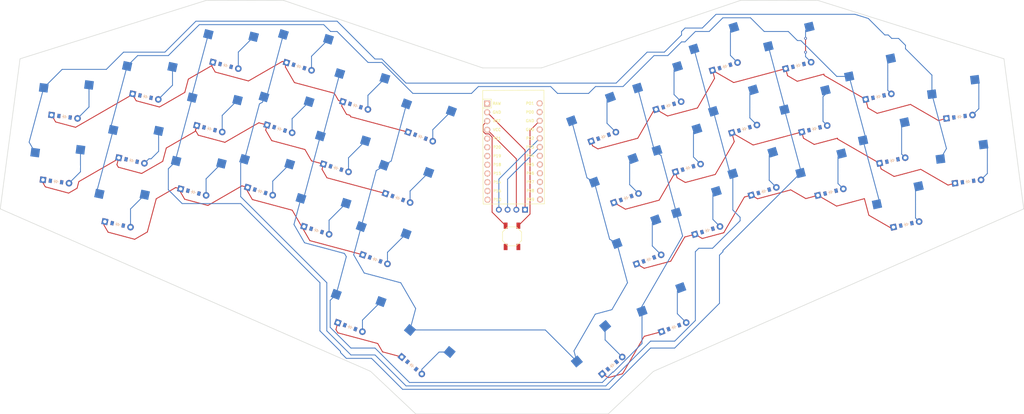
<source format=kicad_pcb>
(kicad_pcb (version 20240108) (generator "pcbnew") (generator_version "8.0")
  (layers (0 "F.Cu" signal) (31 "B.Cu" signal) (34 "B.Paste" user) (35 "F.Paste" user) (36 "B.SilkS" user "B.Silkscreen") (37 "F.SilkS" user "F.Silkscreen") (38 "B.Mask" user) (39 "F.Mask" user) (44 "Edge.Cuts" user))
  (net 0 "")
  (net 1 "outer_home")
  (net 2 "outer_top")
  (net 3 "pinky_bottom")
  (net 4 "pinky_home")
  (net 5 "pinky_top")
  (net 6 "ring_bottom")
  (net 7 "ring_home")
  (net 8 "ring_top")
  (net 9 "middle_bottom")
  (net 10 "middle_home")
  (net 11 "middle_top")
  (net 12 "index_bottom")
  (net 13 "index_home")
  (net 14 "index_top")
  (net 15 "inner_bottom")
  (net 16 "inner_home")
  (net 17 "inner_top")
  (net 18 "near_thumb")
  (net 19 "home_thumb")
  (net 20 "mirror_outer_home")
  (net 21 "mirror_outer_top")
  (net 22 "mirror_pinky_bottom")
  (net 23 "mirror_pinky_home")
  (net 24 "mirror_pinky_top")
  (net 25 "mirror_ring_bottom")
  (net 26 "mirror_ring_home")
  (net 27 "mirror_ring_top")
  (net 28 "mirror_middle_bottom")
  (net 29 "mirror_middle_home")
  (net 30 "mirror_middle_top")
  (net 31 "mirror_index_bottom")
  (net 32 "mirror_index_home")
  (net 33 "mirror_index_top")
  (net 34 "mirror_inner_bottom")
  (net 35 "mirror_inner_home")
  (net 36 "mirror_inner_top")
  (net 37 "mirror_near_thumb")
  (net 38 "mirror_home_thumb")
  (net 39 "RAW")
  (net 40 "GND")
  (net 41 "RST")
  (net 42 "VCC")
  (net 43 "P21")
  (net 44 "P20")
  (net 45 "P19")
  (net 46 "P18")
  (net 47 "P15")
  (net 48 "P14")
  (net 49 "P16")
  (net 50 "P10")
  (net 51 "P1")
  (net 52 "P0")
  (net 53 "P2")
  (net 54 "P3")
  (net 55 "P4")
  (net 56 "P5")
  (net 57 "P6")
  (net 58 "P7")
  (net 59 "P8")
  (net 60 "P9")
  (net 61 "p18")
  (footprint "ComboDiode" (layer "F.Cu") (at 185.381379 211.596358 -7.5)
    (property "Reference" "D1" (hide yes))
    (property "Value" "" (hide yes))
  )
  (footprint "ComboDiode" (layer "F.Cu") (at 284.616829 216.395286 -20.25)
    (property "Reference" "D16" (hide yes))
    (property "Value" "" (hide yes))
  )
  (footprint "MX" (layer "F.Cu") (at 367.392656 202.885236 17.25)
    (property "Reference" "S32" (hide yes))
    (property "Value" "" (hide yes))
  )
  (footprint "MX" (layer "F.Cu") (at 251.783597 191.520828 -17.25)
    (property "Reference" "S10" (hide yes))
    (property "Value" "" (hide yes))
  )
  (footprint "MX" (layer "F.Cu") (at 431.179685 219.169903 12.25)
    (property "Reference" "S22" (hide yes))
    (property "Value" "" (hide yes))
  )
  (footprint "MX" (layer "F.Cu") (at 231.180066 191.42006 -14.25)
    (property "Reference" "S7" (hide yes))
    (property "Value" "" (hide yes))
  )
  (footprint "MX" (layer "F.Cu") (at 427.148311 200.602513 12.25)
    (property "Reference" "S23" (hide yes))
    (property "Value" "" (hide yes))
  )
  (footprint "MX" (layer "F.Cu") (at 383.758785 191.520827 17.25)
    (property "Reference" "S29" (hide yes))
    (property "Value" "" (hide yes))
  )
  (footprint "ComboDiode" (layer "F.Cu") (at 272.301311 189.514957 -17.25)
    (property "Reference" "D14" (hide yes))
    (property "Value" "" (hide yes))
  )
  (footprint "MX" (layer "F.Cu") (at 399.685404 173.004674 14.25)
    (property "Reference" "S27" (hide yes))
    (property "Value" "" (hide yes))
  )
  (footprint "MX" (layer "F.Cu") (at 361.758365 184.739857 17.25)
    (property "Reference" "S33" (hide yes))
    (property "Value" "" (hide yes))
  )
  (footprint "ComboDiode" (layer "F.Cu") (at 447.681005 192.758905 7.5)
    (property "Reference" "D21" (hide yes))
    (property "Value" "" (hide yes))
  )
  (footprint "MX" (layer "F.Cu") (at 273.784018 184.739857 -17.25)
    (property "Reference" "S14" (hide yes))
    (property "Value" "" (hide yes))
  )
  (footprint "MX" (layer "F.Cu") (at 355.77119 229.529965 20.25)
    (property "Reference" "S34" (hide yes))
    (property "Value" "" (hide yes))
  )
  (footprint "ComboDiode" (layer "F.Cu") (at 405.593084 196.266215 14.25)
    (property "Reference" "D26" (hide yes))
    (property "Value" "" (hide yes))
  )
  (footprint "ComboDiode" (layer "F.Cu") (at 278.040606 234.220922 -20.25)
    (property "Reference" "D15" (hide yes))
    (property "Value" "" (hide yes))
  )
  (footprint "ComboDiode" (layer "F.Cu") (at 363.241072 189.514957 17.25)
    (property "Reference" "D33" (hide yes))
    (property "Value" "" (hide yes))
  )
  (footprint "ComboDiode" (layer "F.Cu") (at 424.177822 186.921277 12.25)
    (property "Reference" "D24" (hide yes))
    (property "Value" "" (hide yes))
  )
  (footprint "MX" (layer "F.Cu") (at 404.362315 191.42006 14.25)
    (property "Reference" "S26" (hide yes))
    (property "Value" "" (hide yes))
  )
  (footprint "MX" (layer "F.Cu") (at 272.502736 249.231983 -20.25)
    (property "Reference" "S18" (hide yes))
    (property "Value" "" (hide yes))
  )
  (footprint "MX" (layer "F.Cu") (at 447.028375 187.801681 7.5)
    (property "Reference" "S21" (hide yes))
    (property "Value" "" (hide yes))
  )
  (footprint "ComboDiode" (layer "F.Cu") (at 244.666599 214.441305 -17.25)
    (property "Reference" "D9" (hide yes))
    (property "Value" "" (hide yes))
  )
  (footprint "MX" (layer "F.Cu") (at 409.039229 209.835448 14.25)
    (property "Reference" "S25" (hide yes))
    (property "Value" "" (hide yes))
  )
  (footprint "MX" (layer "F.Cu") (at 262.51544 221.030615 -17.25)
    (property "Reference" "S12" (hide yes))
    (property "Value" "" (hide yes))
  )
  (footprint "ComboDiode" (layer "F.Cu") (at 288.680235 265.070196 -40.25)
    (property "Reference" "D19" (hide yes))
    (property "Value" "" (hide yes))
  )
  (footprint "MX" (layer "F.Cu") (at 373.026945 221.030616 17.25)
    (property "Reference" "S31" (hide yes))
    (property "Value" "" (hide yes))
  )
  (footprint "ComboDiode" (layer "F.Cu") (at 291.193054 198.569649 -20.25)
    (property "Reference" "D17" (hide yes))
    (property "Value" "" (hide yes))
  )
  (footprint "MX" (layer "F.Cu") (at 188.514007 187.801682 -7.5)
    (property "Reference" "S2" (hide yes))
    (property "Value" "" (hide yes))
  )
  (footprint "MX" (layer "F.Cu") (at 257.417888 173.375448 -17.25)
    (property "Reference" "S11" (hide yes))
    (property "Value" "" (hide yes))
  )
  (footprint "MX" (layer "F.Cu") (at 343.631527 261.254036 40.25)
    (property "Reference" "S38" (hide yes))
    (property "Value" "" (hide yes))
  )
  (footprint "ComboDiode" (layer "F.Cu") (at 410.269998 214.681602 14.25)
    (property "Reference" "D25" (hide yes))
    (property "Value" "" (hide yes))
  )
  (footprint "ComboDiode" (layer "F.Cu") (at 357.501776 234.220921 20.25)
    (property "Reference" "D34" (hide yes))
    (property "Value" "" (hide yes))
  )
  (footprint "MX" (layer "F.Cu") (at 363.039649 249.231984 20.25)
    (property "Reference" "S37" (hide yes))
    (property "Value" "" (hide yes))
  )
  (footprint "MX" (layer "F.Cu") (at 246.149307 209.666206 -17.25)
    (property "Reference" "S9" (hide yes))
    (property "Value" "" (hide yes))
  )
  (footprint "ComboDiode" (layer "F.Cu") (at 344.349329 198.569651 20.25)
    (property "Reference" "D36" (hide yes))
    (property "Value" "" (hide yes))
  )
  (footprint "ComboDiode" (layer "F.Cu") (at 385.241492 196.295926 17.25)
    (property "Reference" "D29" (hide yes))
    (property "Value" "" (hide yes))
  )
  (footprint "ComboDiode" (layer "F.Cu") (at 261.032728 225.805715 -17.25)
    (property "Reference" "D12" (hide yes))
    (property "Value" "" (hide yes))
  )
  (footprint "MX" (layer "F.Cu") (at 208.394072 200.602513 -12.25)
    (property "Reference" "S4" (hide yes))
    (property "Value" "" (hide yes))
  )
  (footprint "ComboDiode" (layer "F.Cu") (at 187.861376 192.758906 -7.5)
    (property "Reference" "D2" (hide yes))
    (property "Value" "" (hide yes))
  )
  (footprint "ComboDiode" (layer "F.Cu") (at 350.925552 216.395286 20.25)
    (property "Reference" "D35" (hide yes))
    (property "Value" "" (hide yes))
  )
  (footprint "ComboDiode" (layer "F.Cu") (at 229.9493 196.266216 -14.25)
    (property "Reference" "D7" (hide yes))
    (property "Value" "" (hide yes))
  )
  (footprint "ProMicro" (layer "F.Cu") (at 318.225768 202.877738 -89.75)
    (property "Reference" "MCU1" (hide yes))
    (property "Value" "" (hide yes))
  )
  (footprint "MX" (layer "F.Cu") (at 378.124496 173.375448 17.25)
    (property "Reference" "S30" (hide yes))
    (property "Value" "" (hide yes))
  )
  (footprint "MX" (layer "F.Cu") (at 389.393074 209.666206 17.25)
    (property "Reference" "S28" (hide yes))
    (property "Value" "" (hide yes))
  )
  (footprint "ComboDiode" (layer "F.Cu") (at 225.272386 214.681602 -14.25)
    (property "Reference" "D6" (hide yes))
    (property "Value" "" (hide yes))
  )
  (footprint "MX" (layer "F.Cu") (at 235.856978 173.004673 -14.25)
    (property "Reference" "S8" (hide yes))
    (property "Value" "" (hide yes))
  )
  (footprint "MX" (layer "F.Cu") (at 186.034012 206.639134 -7.5)
    (property "Reference" "S1" (hide yes))
    (property "Value" "" (hide yes))
  )
  (footprint "ComboDiode" (layer "F.Cu") (at 203.301809 224.056059 -12.25)
    (property "Reference" "D3" (hide yes))
    (property "Value" "" (hide yes))
  )
  (footprint "MX" (layer "F.Cu") (at 286.347415 211.70433 -20.25)
    (property "Reference" "S16" (hide yes))
    (property "Value" "" (hide yes))
  )
  (footprint "ComboDiode" (layer "F.Cu") (at 364.770235 253.92294 20.25)
    (property "Reference" "D37" (hide yes))
    (property "Value" "" (hide yes))
  )
  (footprint "ComboDiode" (layer "F.Cu") (at 234.626212 177.850829 -14.25)
    (property "Reference" "D8" (hide yes))
    (property "Value" "" (hide yes))
  )
  (footprint "MX" (layer "F.Cu") (at 342.618742 193.878694 20.25)
    (property "Reference" "S36" (hide yes))
    (property "Value" "" (hide yes))
  )
  (footprint "ComboDiode" (layer "F.Cu") (at 432.240573 224.056059 12.25)
    (property "Reference" "D22" (hide yes))
    (property "Value" "" (hide yes))
  )
  (footprint "ComboDiode" (layer "F.Cu") (at 250.300891 196.295925 -17.25)
    (property "Reference" "D10" (hide yes))
    (property "Value" "" (hide yes))
  )
  (footprint "MX" (layer "F.Cu") (at 349.194966 211.70433 20.25)
    (property "Reference" "S35" (hide yes))
    (property "Value" "" (hide yes))
  )
  (footprint "ComboDiode" (layer "F.Cu") (at 266.667018 207.660336 -17.25)
    (property "Reference" "D13" (hide yes))
    (property "Value" "" (hide yes))
  )
  (footprint "MX" (layer "F.Cu") (at 204.3627 219.169904 -12.25)
    (property "Reference" "S3" (hide yes))
    (property "Value" "" (hide yes))
  )
  (footprint "ComboDiode" (layer "F.Cu") (at 255.93518 178.150549 -17.25)
    (property "Reference" "D11" (hide yes))
    (property "Value" "" (hide yes))
  )
  (footprint "MX" (layer "F.Cu") (at 279.771192 229.529965 -20.25)
    (property "Reference" "S15" (hide yes))
    (property "Value" "" (hide yes))
  )
  (footprint "ComboDiode" (layer "F.Cu") (at 346.862146 265.070198 40.25)
    (property "Reference" "D38" (hide yes))
    (property "Value" "" (hide yes))
  )
  (footprint "ComboDiode" (layer "F.Cu") (at 207.333184 205.488669 -12.25)
    (property "Reference" "D4" (hide yes))
    (property "Value" "" (hide yes))
  )
  (footprint "lib:OLED_headers" (layer "F.Cu") (at 311.771191 221.378694 90)
    (property "Reference" "OLED1" (hide yes))
    (property "Value" "OLED")
  )
  (footprint "ComboDiode" (layer "F.Cu") (at 400.91617 177.850828 14.25)
    (property "Reference" "D27" (hide yes))
    (property "Value" "" (hide yes))
  )
  (footprint "E73:SW_TACT_ALPS_SKQGABE010" (layer "F.Cu") (at 317.77119 227.529965 -90)
    (property "Reference" "B1" (hide yes))
    (property "Value" "" (hide yes))
  )
  (footprint "MX" (layer "F.Cu") (at 423.116935 182.035122 12.25)
    (property "Reference" "S24" (hide yes))
    (property "Value" "" (hide yes))
  )
  (footprint "ComboDiode" (layer "F.Cu") (at 390.875783 214.441305 17.25)
    (property "Reference" "D28" (hide yes))
    (property "Value" "" (hide yes))
  )
  (footprint "ComboDiode" (layer "F.Cu") (at 211.36456 186.921277 -12.25)
    (property "Reference" "D5" (hide yes))
    (property "Value" "" (hide yes))
  )
  (footprint "ComboDiode" (layer "F.Cu") (at 450.161004 211.596359 7.5)
    (property "Reference" "D20" (hide yes))
    (property "Value" "" (hide yes))
  )
  (footprint "ComboDiode" (layer "F.Cu") (at 368.875362 207.660336 17.25)
    (property "Reference" "D32" (hide yes))
    (property "Value" "" (hide yes))
  )
  (footprint "ComboDiode" (layer "F.Cu") (at 270.772147 253.92294 -20.25)
    (property "Reference" "D18" (hide yes))
    (property "Value" "" (hide yes))
  )
  (footprint "MX" (layer "F.Cu") (at 268.149726 202.885237 -17.25)
    (property "Reference" "S13" (hide yes))
    (property "Value" "" (hide yes))
  )
  (footprint "MX" (layer "F.Cu") (at 226.503155 209.835447 -14.25)
    (property "Reference" "S6" (hide yes))
    (property "Value" "" (hide yes))
  )
  (footprint "MX" (layer "F.Cu") (at 291.910854 261.254035 -40.25)
    (property "Reference" "S19" (hide yes))
    (property "Value" "" (hide yes))
  )
  (footprint "ComboDiode" (layer "F.Cu") (at 379.607202 178.150547 17.25)
    (property "Reference" "D30" (hide yes))
    (property "Value" "" (hide yes))
  )
  (footprint "MX" (layer "F.Cu") (at 449.508371 206.639134 7.5)
    (property "Reference" "S20" (hide yes))
    (property "Value" "" (hide yes))
  )
  (footprint "ComboDiode" (layer "F.Cu") (at 428.2092 205.488668 12.25)
    (property "Reference" "D23" (hide yes))
    (property "Value" "" (hide yes))
  )
  (footprint "MX" (layer "F.Cu") (at 212.425447 182.035121 -12.25)
    (property "Reference" "S5" (hide yes))
    (property "Value" "" (hide yes))
  )
  (footprint "MX" (layer "F.Cu") (at 292.923638 193.878695 -20.25)
    (property "Reference" "S17" (hide yes))
    (property "Value" "" (hide yes))
  )
  (footprint "ComboDiode" (layer "F.Cu") (at 374.509654 225.805714 17.25)
    (property "Reference" "D31" (hide yes))
    (property "Value" "" (hide yes))
  )
  (gr_line (start 251.426187 158.949793) (end 309.227893 178.576039) (stroke (width 0.15)) (layer "Edge.Cuts"))
  (gr_line (start 460.594785 175.92934) (end 466.337939 219.552913) (stroke (width 0.15)) (layer "Edge.Cuts"))
  (gr_line (start 326.314489 178.576038) (end 384.116195 158.949793) (stroke (width 0.15)) (layer "Edge.Cuts"))
  (gr_line (start 174.947596 175.92934) (end 229.118508 158.912369) (stroke (width 0.15)) (layer "Edge.Cuts"))
  (gr_line (start 406.423872 158.912369) (end 460.594785 175.92934) (stroke (width 0.15)) (layer "Edge.Cuts"))
  (gr_line (start 276.69289 266.766024) (end 169.204444 219.552912) (stroke (width 0.15)) (layer "Edge.Cuts"))
  (gr_line (start 358.849491 266.766024) (end 345.691062 279.16376) (stroke (width 0.15)) (layer "Edge.Cuts"))
  (gr_line (start 466.337939 219.552913) (end 358.849491 266.766024) (stroke (width 0.15)) (layer "Edge.Cuts"))
  (gr_line (start 169.204444 219.552912) (end 174.947596 175.92934) (stroke (width 0.15)) (layer "Edge.Cuts"))
  (gr_line (start 289.851321 279.163762) (end 276.69289 266.766024) (stroke (width 0.15)) (layer "Edge.Cuts"))
  (gr_line (start 345.691062 279.16376) (end 289.851321 279.163762) (stroke (width 0.15)) (layer "Edge.Cuts"))
  (gr_line (start 384.116195 158.949793) (end 406.423872 158.912369) (stroke (width 0.15)) (layer "Edge.Cuts"))
  (gr_line (start 309.227893 178.576039) (end 326.314489 178.576038) (stroke (width 0.15)) (layer "Edge.Cuts"))
  (gr_line (start 229.118508 158.912369) (end 251.426187 158.949793) (stroke (width 0.15)) (layer "Edge.Cuts"))
  (segment (start 192.489106 208.763341) (end 189.158784 212.093663) (width 0.25) (layer "B.Cu") (net 1))
  (segment (start 192.489106 202.365128) (end 192.489106 208.763341) (width 0.25) (layer "B.Cu") (net 1))
  (segment (start 194.969101 189.925891) (end 191.638781 193.256211) (width 0.25) (layer "B.Cu") (net 2))
  (segment (start 194.969101 183.527676) (end 194.969101 189.925891) (width 0.25) (layer "B.Cu") (net 2))
  (segment (start 207.02506 219.569599) (end 207.02506 224.864456) (width 0.25) (layer "B.Cu") (net 3))
  (segment (start 211.149547 215.445112) (end 207.02506 219.569599) (width 0.25) (layer "B.Cu") (net 3))
  (segment (start 215.180919 202.819081) (end 213 205) (width 0.25) (layer "B.Cu") (net 4))
  (segment (start 215.180919 196.877721) (end 215.180919 202.819081) (width 0.25) (layer "B.Cu") (net 4))
  (segment (start 213 205) (end 212.353501 205) (width 0.25) (layer "B.Cu") (net 4))
  (segment (start 212.353501 205) (end 211.056435 206.297066) (width 0.25) (layer "B.Cu") (net 4))
  (segment (start 219.212294 178.310329) (end 219.212294 183.605191) (width 0.25) (layer "B.Cu") (net 5))
  (segment (start 219.212294 183.605191) (end 215.087811 187.729674) (width 0.25) (layer "B.Cu") (net 5))
  (segment (start 233.415861 206.349782) (end 228.965156 210.800487) (width 0.25) (layer "B.Cu") (net 6))
  (segment (start 228.965156 210.800487) (end 228.965156 215.619446) (width 0.25) (layer "B.Cu") (net 6))
  (segment (start 233.64207 197.20406) (end 233.64207 192.385097) (width 0.25) (layer "B.Cu") (net 7))
  (segment (start 233.64207 192.385097) (end 238.092772 187.934395) (width 0.25) (layer "B.Cu") (net 7))
  (segment (start 238.318982 173.96971) (end 238.318982 178.788673) (width 0.25) (layer "B.Cu") (net 8))
  (segment (start 242.769684 169.519008) (end 238.318982 173.96971) (width 0.25) (layer "B.Cu") (net 8))
  (segment (start 253.234965 206.547101) (end 248.305225 211.476841) (width 0.25) (layer "B.Cu") (net 9))
  (segment (start 248.305225 211.476841) (end 248.305225 215.571129) (width 0.25) (layer "B.Cu") (net 9))
  (segment (start 253.939517 193.331461) (end 253.939517 197.425749) (width 0.25) (layer "B.Cu") (net 10))
  (segment (start 258.869255 188.401723) (end 253.939517 193.331461) (width 0.25) (layer "B.Cu") (net 10))
  (segment (start 259.573806 175.186083) (end 259.573806 179.280373) (width 0.25) (layer "B.Cu") (net 11))
  (segment (start 264.503546 170.256343) (end 259.573806 175.186083) (width 0.25) (layer "B.Cu") (net 11))
  (segment (start 269.601098 217.91151) (end 264.671354 222.841254) (width 0.25) (layer "B.Cu") (net 12))
  (segment (start 264.671354 222.841254) (end 264.671354 226.935539) (width 0.25) (layer "B.Cu") (net 12))
  (segment (start 270.305644 204.695872) (end 270.305644 208.79016) (width 0.25) (layer "B.Cu") (net 13))
  (segment (start 275.235384 199.766132) (end 270.305644 204.695872) (width 0.25) (layer "B.Cu") (net 13))
  (segment (start 280.869676 181.620752) (end 275.939937 186.550491) (width 0.25) (layer "B.Cu") (net 14))
  (segment (start 275.939937 186.550491) (end 275.939937 190.644781) (width 0.25) (layer "B.Cu") (net 14))
  (segment (start 287.01038 226.785969) (end 281.615115 232.181234) (width 0.25) (layer "B.Cu") (net 15))
  (segment (start 281.615115 232.181234) (end 281.615115 235.539628) (width 0.25) (layer "B.Cu") (net 15))
  (segment (start 293.586603 208.960334) (end 288.191338 214.355599) (width 0.25) (layer "B.Cu") (net 16))
  (segment (start 288.191338 214.355599) (end 288.191338 217.713992) (width 0.25) (layer "B.Cu") (net 16))
  (segment (start 294.767563 196.529962) (end 294.767563 199.888355) (width 0.25) (layer "B.Cu") (net 17))
  (segment (start 300.162826 191.134699) (end 294.767563 196.529962) (width 0.25) (layer "B.Cu") (net 17))
  (segment (start 274.346656 251.883255) (end 274.346656 255.241646) (width 0.25) (layer "B.Cu") (net 18))
  (segment (start 279.741924 246.487987) (end 274.346656 251.883255) (width 0.25) (layer "B.Cu") (net 18))
  (segment (start 296.62157 261.15147) (end 291.588151 266.184889) (width 0.25) (layer "B.Cu") (net 19))
  (segment (start 291.588151 266.184889) (end 291.588151 267.531927) (width 0.25) (layer "B.Cu") (net 19))
  (segment (start 299.651968 261.15147) (end 296.62157 261.15147) (width 0.25) (layer "B.Cu") (net 19))
  (segment (start 455.770811 209.266652) (end 453.938409 211.099054) (width 0.25) (layer "B.Cu") (net 20))
  (segment (start 454.63732 200.84006) (end 455.770811 201.973551) (width 0.25) (layer "B.Cu") (net 20))
  (segment (start 455.770811 201.973551) (end 455.770811 209.266652) (width 0.25) (layer "B.Cu") (net 20))
  (segment (start 452.157324 182.002607) (end 453.290815 183.136098) (width 0.25) (layer "B.Cu") (net 21))
  (segment (start 453.290815 190.429195) (end 451.45841 192.2616) (width 0.25) (layer "B.Cu") (net 21))
  (segment (start 453.290815 183.136098) (end 453.290815 190.429195) (width 0.25) (layer "B.Cu") (net 21))
  (segment (start 434.918119 222.201957) (end 435.963824 223.247662) (width 0.25) (layer "B.Cu") (net 22))
  (segment (start 435.810808 212.966027) (end 434.918119 213.858716) (width 0.25) (layer "B.Cu") (net 22))
  (segment (start 434.918119 213.858716) (end 434.918119 222.201957) (width 0.25) (layer "B.Cu") (net 22))
  (segment (start 431.779434 194.398637) (end 430.886745 195.291326) (width 0.25) (layer "B.Cu") (net 23))
  (segment (start 430.886745 195.291326) (end 430.886745 203.634565) (width 0.25) (layer "B.Cu") (net 23))
  (segment (start 430.886745 203.634565) (end 431.932451 204.680271) (width 0.25) (layer "B.Cu") (net 23))
  (segment (start 426.855369 176.723935) (end 426.855369 185.067176) (width 0.25) (layer "B.Cu") (net 24))
  (segment (start 426.855369 185.067176) (end 427.901073 186.11288) (width 0.25) (layer "B.Cu") (net 24))
  (segment (start 427.748058 175.831246) (end 426.855369 176.723935) (width 0.25) (layer "B.Cu") (net 24))
  (segment (start 412.401966 204.522778) (end 412.401966 212.182956) (width 0.25) (layer "B.Cu") (net 25))
  (segment (start 412.401966 212.182956) (end 413.962768 213.743758) (width 0.25) (layer "B.Cu") (net 25))
  (segment (start 413.451017 203.473727) (end 412.401966 204.522778) (width 0.25) (layer "B.Cu") (net 25))
  (segment (start 408.060108 186.939892) (end 408.060108 194.102625) (width 0.25) (layer "B.Cu") (net 26))
  (segment (start 408.060108 194.102625) (end 409.285854 195.328371) (width 0.25) (layer "B.Cu") (net 26))
  (segment (start 408.774103 185.058339) (end 408.774103 186.225897) (width 0.25) (layer "B.Cu") (net 26))
  (segment (start 408.774103 186.225897) (end 408.060108 186.939892) (width 0.25) (layer "B.Cu") (net 26))
  (segment (start 403 170) (end 403 174) (width 0.25) (layer "F.Cu") (net 27))
  (via (at 403 174) (size 0.8) (drill 0.4) (layers "F.Cu" "B.Cu") (net 27))
  (via (at 403 170) (size 0.8) (drill 0.4) (layers "F.Cu" "B.Cu") (net 27))
  (segment (start 403 175.304044) (end 404.60894 176.912984) (width 0.25) (layer "B.Cu") (net 27))
  (segment (start 404.097192 166.642953) (end 403 167.740145) (width 0.25) (layer "B.Cu") (net 27))
  (segment (start 403 174) (end 403 175.304044) (width 0.25) (layer "B.Cu") (net 27))
  (segment (start 403 167.740145) (end 403 170) (width 0.25) (layer "B.Cu") (net 27))
  (segment (start 393.465869 203.082309) (end 392.447142 204.101036) (width 0.25) (layer "B.Cu") (net 28))
  (segment (start 392.447142 204.101036) (end 392.447142 211.244214) (width 0.25) (layer "B.Cu") (net 28))
  (segment (start 392.447142 211.244214) (end 394.514409 213.311481) (width 0.25) (layer "B.Cu") (net 28))
  (segment (start 386.812853 185.955657) (end 386.812853 193.098837) (width 0.25) (layer "B.Cu") (net 29))
  (segment (start 386.812853 193.098837) (end 388.880118 195.166102) (width 0.25) (layer "B.Cu") (net 29))
  (segment (start 387.83158 184.93693) (end 386.812853 185.955657) (width 0.25) (layer "B.Cu") (net 29))
  (segment (start 381.178564 167.810278) (end 381.178564 174.953459) (width 0.25) (layer "B.Cu") (net 30))
  (segment (start 382.197291 166.791551) (end 381.178564 167.810278) (width 0.25) (layer "B.Cu") (net 30))
  (segment (start 381.178564 174.953459) (end 383.245828 177.020723) (width 0.25) (layer "B.Cu") (net 30))
  (segment (start 377.09974 214.446719) (end 376.081013 215.465446) (width 0.25) (layer "B.Cu") (net 31))
  (segment (start 376.081013 222.608623) (end 378.14828 224.67589) (width 0.25) (layer "B.Cu") (net 31))
  (segment (start 376.081013 215.465446) (end 376.081013 222.608623) (width 0.25) (layer "B.Cu") (net 31))
  (segment (start 370.446724 197.320066) (end 370.446724 204.463248) (width 0.25) (layer "B.Cu") (net 32))
  (segment (start 370.446724 204.463248) (end 372.513988 206.530512) (width 0.25) (layer "B.Cu") (net 32))
  (segment (start 371.465451 196.301339) (end 370.446724 197.320066) (width 0.25) (layer "B.Cu") (net 32))
  (segment (start 365.83116 178.15596) (end 364.812433 179.174687) (width 0.25) (layer "B.Cu") (net 33))
  (segment (start 364.812433 186.317868) (end 366.879698 188.385133) (width 0.25) (layer "B.Cu") (net 33))
  (segment (start 364.812433 179.174687) (end 364.812433 186.317868) (width 0.25) (layer "B.Cu") (net 33))
  (segment (start 358.501077 230.327007) (end 361.076285 232.902215) (width 0.25) (layer "B.Cu") (net 34))
  (segment (start 358.501077 223.734689) (end 358.501077 230.327007) (width 0.25) (layer "B.Cu") (net 34))
  (segment (start 359.493829 222.741937) (end 358.501077 223.734689) (width 0.25) (layer "B.Cu") (net 34))
  (segment (start 351.924853 205.909054) (end 351.924853 212.501372) (width 0.25) (layer "B.Cu") (net 35))
  (segment (start 352.917605 204.916302) (end 351.924853 205.909054) (width 0.25) (layer "B.Cu") (net 35))
  (segment (start 351.924853 212.501372) (end 354.500061 215.07658) (width 0.25) (layer "B.Cu") (net 35))
  (segment (start 345.348629 188.083418) (end 345.348629 194.675736) (width 0.25) (layer "B.Cu") (net 36))
  (segment (start 345.348629 194.675736) (end 347.923838 197.250945) (width 0.25) (layer "B.Cu") (net 36))
  (segment (start 346.341381 187.090666) (end 345.348629 188.083418) (width 0.25) (layer "B.Cu") (net 36))
  (segment (start 365.769536 243.436708) (end 365.769536 250.029026) (width 0.25) (layer "B.Cu") (net 37))
  (segment (start 365.769536 250.029026) (end 368.344744 252.604234) (width 0.25) (layer "B.Cu") (net 37))
  (segment (start 366.762288 242.443956) (end 365.769536 243.436708) (width 0.25) (layer "B.Cu") (net 37))
  (segment (start 344.808019 257.646424) (end 349.770062 262.608467) (width 0.25) (layer "B.Cu") (net 38))
  (segment (start 344.808019 253.602159) (end 344.808019 257.646424) (width 0.25) (layer "B.Cu") (net 38))
  (segment (start 323 221.051155) (end 323 196.76148) (width 0.25) (layer "F.Cu") (net 40))
  (segment (start 321.571191 202.496319) (end 310.555968 191.481096) (width 0.25) (layer "F.Cu") (net 40))
  (segment (start 321.571191 219.778694) (end 321.571191 202.496319) (width 0.25) (layer "F.Cu") (net 40))
  (segment (start 323 196.76148) (end 325.806906 193.954574) (width 0.25) (layer "F.Cu") (net 40))
  (segment (start 319.62119 224.429965) (end 323 221.051155) (width 0.25) (layer "F.Cu") (net 40))
  (segment (start 315.92119 224.429965) (end 312 220.508775) (width 0.25) (layer "F.Cu") (net 41))
  (segment (start 309.376834 197.058642) (end 309.376834 195.211287) (width 0.25) (layer "F.Cu") (net 41))
  (segment (start 312 220.508775) (end 312 198.686618) (width 0.25) (layer "F.Cu") (net 41))
  (segment (start 312 198.686618) (end 311.075729 197.762347) (width 0.25) (layer "F.Cu") (net 41))
  (segment (start 310.080539 197.762347) (end 309.376834 197.058642) (width 0.25) (layer "F.Cu") (net 41))
  (segment (start 309.376834 195.211287) (end 310.567051 194.02107) (width 0.25) (layer "F.Cu") (net 41))
  (segment (start 311.075729 197.762347) (end 310.080539 197.762347) (width 0.25) (layer "F.Cu") (net 41))
  (segment (start 319.031191 205.014104) (end 310.578134 196.561047) (width 0.25) (layer "F.Cu") (net 42))
  (segment (start 319.031191 219.778694) (end 319.031191 205.014104) (width 0.25) (layer "F.Cu") (net 42))
  (segment (start 268.662683 188.385134) (end 268.325694 189.642796) (width 0.25) (layer "F.Cu") (net 43))
  (segment (start 207.596497 186.280119) (end 208.664182 188.129403) (width 0.25) (layer "F.Cu") (net 43))
  (segment (start 191.069467 195.838227) (end 207.591355 186.299312) (width 0.25) (layer "F.Cu") (net 43))
  (segment (start 184.083972 192.261601) (end 184.109467 192.268433) (width 0.25) (layer "F.Cu") (net 43))
  (segment (start 222.774132 185.698496) (end 223.809408 181.834793) (width 0.25) (layer "F.Cu") (net 43))
  (segment (start 230.933443 176.912984) (end 230.621469 178.077278) (width 0.25) (layer "F.Cu") (net 43))
  (segment (start 230.621469 178.077278) (end 231.606165 179.782822) (width 0.25) (layer "F.Cu") (net 43))
  (segment (start 251.96176 178.270192) (end 254.598916 182.837883) (width 0.25) (layer "F.Cu") (net 43))
  (segment (start 267.405023 188.048145) (end 268.662683 188.385134) (width 0.25) (layer "F.Cu") (net 43))
  (segment (start 207.591355 186.299312) (end 207.641308 186.112879) (width 0.25) (layer "F.Cu") (net 43))
  (segment (start 207.641308 186.112879) (end 207.596497 186.280119) (width 0.25) (layer "F.Cu") (net 43))
  (segment (start 215.425665 189.941137) (end 222.774132 185.698496) (width 0.25) (layer "F.Cu") (net 43))
  (segment (start 230.67708 177.869741) (end 230.933443 176.912984) (width 0.25) (layer "F.Cu") (net 43))
  (segment (start 270.691487 192.326255) (end 270.957246 192.786563) (width 0.25) (layer "F.Cu") (net 43))
  (segment (start 266.190026 185.943711) (end 267.405023 188.048145) (width 0.25) (layer "F.Cu") (net 43))
  (segment (start 185.273911 194.285314) (end 191.069467 195.838227) (width 0.25) (layer "F.Cu") (net 43))
  (segment (start 270.957246 192.786563) (end 287.618545 197.250947) (width 0.25) (layer "F.Cu") (net 43))
  (segment (start 223.809408 181.834793) (end 230.67708 177.869741) (width 0.25) (layer "F.Cu") (net 43))
  (segment (start 268.325694 189.642796) (end 269.72556 192.067436) (width 0.25) (layer "F.Cu") (net 43))
  (segment (start 254.598916 182.837883) (end 266.190026 185.943711) (width 0.25) (layer "F.Cu") (net 43))
  (segment (start 269.72556 192.067436) (end 270.691487 192.326255) (width 0.25) (layer "F.Cu") (net 43))
  (segment (start 184.109467 192.268433) (end 185.273911 194.285314) (width 0.25) (layer "F.Cu") (net 43))
  (segment (start 252.296555 177.020724) (end 251.96176 178.270192) (width 0.25) (layer "F.Cu") (net 43))
  (segment (start 241.265424 182.371013) (end 251.091613 176.69786) (width 0.25) (layer "F.Cu") (net 43))
  (segment (start 231.606165 179.782822) (end 241.265424 182.371013) (width 0.25) (layer "F.Cu") (net 43))
  (segment (start 208.664182 188.129403) (end 215.425665 189.941137) (width 0.25) (layer "F.Cu") (net 43))
  (segment (start 251.091613 176.69786) (end 252.296555 177.020724) (width 0.25) (layer "F.Cu") (net 43))
  (segment (start 417.350767 163) (end 377 163) (width 0.25) (layer "B.Cu") (net 44))
  (segment (start 205 174) (end 200 179) (width 0.25) (layer "B.Cu") (net 44))
  (segment (start 348 183) (end 287 183) (width 0.25) (layer "B.Cu") (net 44))
  (segment (start 368 167) (end 367 168) (width 0.25) (layer "B.Cu") (net 44))
  (segment (start 428 170) (end 430 170) (width 0.25) (layer "B.Cu") (net 44))
  (segment (start 200 179) (end 187.179791 179) (width 0.25) (layer "B.Cu") (net 44))
  (segment (start 280 176) (end 278 176) (width 0.25) (layer "B.Cu") (net 44))
  (segment (start 430 170) (end 432 172) (width 0.25) (layer "B.Cu") (net 44))
  (segment (start 278 176) (end 267 165) (width 0.25) (layer "B.Cu") (net 44))
  (segment (start 267 165) (end 226 165) (width 0.25) (layer "B.Cu") (net 44))
  (segment (start 177.587537 200.158718) (end 179.341162 203.196086) (width 0.25) (layer "B.Cu") (net 44))
  (segment (start 443.906073 202.008275) (end 442.152448 205.045642) (width 0.25) (layer "B.Cu") (net 44))
  (segment (start 362 174) (end 357 174) (width 0.25) (layer "B.Cu") (net 44))
  (segment (start 367 168) (end 367 169) (width 0.25) (layer "B.Cu") (net 44))
  (segment (start 287 183) (end 280 176) (width 0.25) (layer "B.Cu") (net 44))
  (segment (start 226 165) (end 217 174) (width 0.25) (layer "B.Cu") (net 44))
  (segment (start 217 174) (end 205 174) (width 0.25) (layer "B.Cu") (net 44))
  (segment (start 432 173) (end 439.672452 180.672452) (width 0.25) (layer "B.Cu") (net 44))
  (segment (start 426 169) (end 427 169) (width 0.25) (layer "B.Cu") (net 44))
  (segment (start 181.821157 184.358633) (end 177.587537 200.158718) (width 0.25) (layer "B.Cu") (net 44))
  (segment (start 421.213382 164.213382) (end 426 169) (width 0.25) (layer "B.Cu") (net 44))
  (segment (start 377 163) (end 373 167) (width 0.25) (layer "B.Cu") (net 44))
  (segment (start 418.077554 163.228309) (end 417.350767 163) (width 0.25) (layer "B.Cu") (net 44))
  (segment (start 427 169) (end 428 170) (width 0.25) (layer "B.Cu") (net 44))
  (segment (start 357 174) (end 348 183) (width 0.25) (layer "B.Cu") (net 44))
  (segment (start 439.672452 186.208189) (end 443.906073 202.008275) (width 0.25) (layer "B.Cu") (net 44))
  (segment (start 418.077554 163.228309) (end 421.213382 164.213382) (width 0.25) (layer "B.Cu") (net 44))
  (segment (start 187.179791 179) (end 181.821157 184.358634) (width 0.25) (layer "B.Cu") (net 44))
  (segment (start 439.672452 180.672452) (end 439.672452 186.208189) (width 0.25) (layer "B.Cu") (net 44))
  (segment (start 432 172) (end 432 173) (width 0.25) (layer "B.Cu") (net 44))
  (segment (start 373 167) (end 368 167) (width 0.25) (layer "B.Cu") (net 44))
  (segment (start 367 169) (end 362 174) (width 0.25) (layer "B.Cu") (net 44))
  (segment (start 359 175) (end 363 175) (width 0.25) (layer "B.Cu") (net 45))
  (segment (start 267 168) (end 276 177) (width 0.25) (layer "B.Cu") (net 45))
  (segment (start 197.333359 214.067996) (end 197.977948 215.184458) (width 0.25) (layer "B.Cu") (net 45))
  (segment (start 263.110833 166) (end 265.110833 168) (width 0.25) (layer "B.Cu") (net 45))
  (segment (start 209.090371 175) (end 218 175) (width 0.25) (layer "B.Cu") (net 45))
  (segment (start 420.330286 198.507167) (end 419.685699 199.623625) (width 0.25) (layer "B.Cu") (net 45))
  (segment (start 289 186) (end 306 186) (width 0.25) (layer "B.Cu") (net 45))
  (segment (start 391 168) (end 398 168) (width 0.25) (layer "B.Cu") (net 45))
  (segment (start 415.654323 181.056234) (end 420.330286 198.507167) (width 0.25) (layer "B.Cu") (net 45))
  (segment (start 379 164) (end 387 164) (width 0.25) (layer "B.Cu") (net 45))
  (segment (start 206.040696 178.049676) (end 201.364733 195.500608) (width 0.25) (layer "B.Cu") (net 45))
  (segment (start 363 175) (end 367 171) (width 0.25) (layer "B.Cu") (net 45))
  (segment (start 401.635774 170.635774) (end 412.056234 181.056234) (width 0.25) (layer "B.Cu") (net 45))
  (segment (start 329 184) (end 331 186) (width 0.25) (layer "B.Cu") (net 45))
  (segment (start 340 186) (end 342 184) (width 0.25) (layer "B.Cu") (net 45))
  (segment (start 419.685699 199.623625) (end 424.361661 217.074555) (width 0.25) (layer "B.Cu") (net 45))
  (segment (start 400.635774 170.635774) (end 401.635774 170.635774) (width 0.25) (layer "B.Cu") (net 45))
  (segment (start 387 164) (end 391 168) (width 0.25) (layer "B.Cu") (net 45))
  (segment (start 202.009322 196.617067) (end 197.333359 214.067996) (width 0.25) (layer "B.Cu") (net 45))
  (segment (start 350 184) (end 359 175) (width 0.25) (layer "B.Cu") (net 45))
  (segment (start 265.110833 168) (end 267 168) (width 0.25) (layer "B.Cu") (net 45))
  (segment (start 201.364733 195.500608) (end 202.009322 196.617067) (width 0.25) (layer "B.Cu") (net 45))
  (segment (start 306 186) (end 308 184) (width 0.25) (layer "B.Cu") (net 45))
  (segment (start 227 166) (end 263.110833 166) (width 0.25) (layer "B.Cu") (net 45))
  (segment (start 371 168) (end 375 168) (width 0.25) (layer "B.Cu") (net 45))
  (segment (start 424.361661 217.074555) (end 423.717073 218.191015) (width 0.25) (layer "B.Cu") (net 45))
  (segment (start 367 171) (end 368 171) (width 0.25) (layer "B.Cu") (net 45))
  (segment (start 218 175) (end 227 166) (width 0.25) (layer "B.Cu") (net 45))
  (segment (start 331 186) (end 340 186) (width 0.25) (layer "B.Cu") (net 45))
  (segment (start 276 177) (end 280 177) (width 0.25) (layer "B.Cu") (net 45))
  (segment (start 342 184) (end 350 184) (width 0.25) (layer "B.Cu") (net 45))
  (segment (start 308 184) (end 329 184) (width 0.25) (layer "B.Cu") (net 45))
  (segment (start 412.056234 181.056234) (end 415.654323 181.056234) (width 0.25) (layer "B.Cu") (net 45))
  (segment (start 368 171) (end 371 168) (width 0.25) (layer "B.Cu") (net 45))
  (segment (start 375 168) (end 379 164) (width 0.25) (layer "B.Cu") (net 45))
  (segment (start 206.040696 178.049675) (end 209.090371 175) (width 0.25) (layer "B.Cu") (net 45))
  (segment (start 280 177) (end 289 186) (width 0.25) (layer "B.Cu") (net 45))
  (segment (start 398 168) (end 400.635774 170.635774) (width 0.25) (layer "B.Cu") (net 45))
  (segment (start 257.66758 202.2951) (end 259.579324 205.606337) (width 0.25) (layer "F.Cu") (net 47))
  (segment (start 225.879767 196.734469) (end 226.688605 198.135413) (width 0.25) (layer "F.Cu") (net 47))
  (segment (start 181.603975 211.099054) (end 181.444505 211.694212) (width 0.25) (layer "F.Cu") (net 47))
  (segment (start 263.028392 206.530512) (end 262.621857 208.047729) (width 0.25) (layer "F.Cu") (net 47))
  (segment (start 217.408282 201.860417) (end 225.805296 197.012399) (width 0.25) (layer "F.Cu") (net 47))
  (segment (start 203.609933 204.680272) (end 203.064703 206.715092) (width 0.25) (layer "F.Cu") (net 47))
  (segment (start 246.662264 195.166103) (end 246.257921 196.675127) (width 0.25) (layer "F.Cu") (net 47))
  (segment (start 226.688605 198.135413) (end 234.416011 200.205966) (width 0.25) (layer "F.Cu") (net 47))
  (segment (start 234.416011 200.205966) (end 244.260138 194.522455) (width 0.25) (layer "F.Cu") (net 47))
  (segment (start 203.064703 206.715092) (end 203.487801 207.44792) (width 0.25) (layer "F.Cu") (net 47))
  (segment (start 189.049682 214.967276) (end 191.499173 213.553061) (width 0.25) (layer "F.Cu") (net 47))
  (segment (start 246.257921 196.675127) (end 248.008323 199.706911) (width 0.25) (layer "F.Cu") (net 47))
  (segment (start 203.531431 204.97324) (end 203.609933 204.680272) (width 0.25) (layer "F.Cu") (net 47))
  (segment (start 203.487801 207.44792) (end 210.249282 209.259653) (width 0.25) (layer "F.Cu") (net 47))
  (segment (start 226.25653 195.328371) (end 225.879767 196.734469) (width 0.25) (layer "F.Cu") (net 47))
  (segment (start 216.373006 205.724119) (end 217.408282 201.860417) (width 0.25) (layer "F.Cu") (net 47))
  (segment (start 192.016811 211.62121) (end 203.531431 204.97324) (width 0.25) (layer "F.Cu") (net 47))
  (segment (start 244.260138 194.522455) (end 246.662264 195.166103) (width 0.25) (layer "F.Cu") (net 47))
  (segment (start 181.444505 211.694212) (end 182.288202 213.155543) (width 0.25) (layer "F.Cu") (net 47))
  (segment (start 259.579324 205.606337) (end 263.028392 206.530512) (width 0.25) (layer "F.Cu") (net 47))
  (segment (start 248.008323 199.706911) (end 257.66758 202.2951) (width 0.25) (layer "F.Cu") (net 47))
  (segment (start 225.805296 197.012399) (end 226.25653 195.328371) (width 0.25) (layer "F.Cu") (net 47))
  (segment (start 191.499173 213.553061) (end 192.016811 211.62121) (width 0.25) (layer "F.Cu") (net 47))
  (segment (start 264.051471 210.523896) (end 281.042321 215.07658) (width 0.25) (layer "F.Cu") (net 47))
  (segment (start 182.288202 213.155543) (end 189.049682 214.967276) (width 0.25) (layer "F.Cu") (net 47))
  (segment (start 210.249282 209.259653) (end 216.373006 205.724119) (width 0.25) (layer "F.Cu") (net 47))
  (segment (start 262.621857 208.047729) (end 264.051471 210.523896) (width 0.25) (layer "F.Cu") (net 47))
  (segment (start 239 206.275664) (end 239 216) (width 0.25) (layer "B.Cu") (net 48))
  (segment (start 375.325672 190.668617) (end 376.239253 191.196074) (width 0.25) (layer "B.Cu") (net 48))
  (segment (start 251.404787 168.8487) (end 246.684079 186.466623) (width 0.25) (layer "B.Cu") (net 48))
  (segment (start 240.136206 205.139458) (end 239 206.275664) (width 0.25) (layer "B.Cu") (net 48))
  (segment (start 371 252) (end 371 232) (width 0.25) (layer "B.Cu") (net 48))
  (segment (start 376.239253 191.196074) (end 380.959961 208.813997) (width 0.25) (layer "B.Cu") (net 48))
  (segment (start 384 222) (end 381.873542 219.873542) (width 0.25) (layer "B.Cu") (net 48))
  (segment (start 380.959961 208.813997) (end 381.873541 209.341452) (width 0.25) (layer "B.Cu") (net 48))
  (segment (start 370.604964 173.050694) (end 375.325672 190.668617) (width 0.25) (layer "B.Cu") (net 48))
  (segment (start 244.449448 189.042221) (end 240.136206 205.139458) (width 0.25) (layer "B.Cu") (net 48))
  (segment (start 365 258) (end 371 252) (width 0.25) (layer "B.Cu") (net 48))
  (segment (start 372 231) (end 376 231) (width 0.25) (layer "B.Cu") (net 48))
  (segment (start 264 255) (end 271 262) (width 0.25) (layer "B.Cu") (net 48))
  (segment (start 384 223) (end 384 222) (width 0.25) (layer "B.Cu") (net 48))
  (segment (start 371 232) (end 372 231) (width 0.25) (layer "B.Cu") (net 48))
  (segment (start 245.770496 186.99408) (end 245.36303 188.514764) (width 0.25) (layer "B.Cu") (net 48))
  (segment (start 278 262) (end 287 271) (width 0.25) (layer "B.Cu") (net 48))
  (segment (start 381.873542 219.873542) (end 381.873542 209.341452) (width 0.25) (layer "B.Cu") (net 48))
  (segment (start 376 231) (end 384 223) (width 0.25) (layer "B.Cu") (net 48))
  (segment (start 358 258) (end 365 258) (width 0.25) (layer "B.Cu") (net 48))
  (segment (start 246.684079 186.466623) (end 245.770496 186.99408) (width 0.25) (layer "B.Cu") (net 48))
  (segment (start 287 271) (end 345 271) (width 0.25) (layer "B.Cu") (net 48))
  (segment (start 264 241) (end 264 255) (width 0.25) (layer "B.Cu") (net 48))
  (segment (start 271 262) (end 278 262) (width 0.25) (layer "B.Cu") (net 48))
  (segment (start 239 216) (end 264 241) (width 0.25) (layer "B.Cu") (net 48))
  (segment (start 245.36303 188.514764) (end 244.449448 189.042221) (width 0.25) (layer "B.Cu") (net 48))
  (segment (start 345 271) (end 358 258) (width 0.25) (layer "B.Cu") (net 48))
  (segment (start 239.36052 212.864688) (end 241.027973 213.311481) (width 0.25) (layer "F.Cu") (net 49))
  (segment (start 240.812902 214.114136) (end 242.383654 216.834755) (width 0.25) (layer "F.Cu") (net 49))
  (segment (start 199.578558 223.247663) (end 199.309367 224.25229) (width 0.25) (layer "F.Cu") (net 49))
  (segment (start 199.309367 224.25229) (end 200.502091 226.318148) (width 0.25) (layer "F.Cu") (net 49))
  (segment (start 253.974764 219.940586) (end 256.583256 224.458627) (width 0.25) (layer "F.Cu") (net 49))
  (segment (start 221.396884 214.425728) (end 222.736967 216.746823) (width 0.25) (layer "F.Cu") (net 49))
  (segment (start 256.583256 224.458627) (end 257.394102 224.675893) (width 0.25) (layer "F.Cu") (net 49))
  (segment (start 257.176837 225.486738) (end 259.077551 228.778867) (width 0.25) (layer "F.Cu") (net 49))
  (segment (start 229.498448 218.558557) (end 239.36052 212.864688) (width 0.25) (layer "F.Cu") (net 49))
  (segment (start 208.229499 228.388701) (end 211.903732 226.26738) (width 0.25) (layer "F.Cu") (net 49))
  (segment (start 259.077551 228.778867) (end 274.466096 232.902216) (width 0.25) (layer "F.Cu") (net 49))
  (segment (start 222.736967 216.746823) (end 229.498448 218.558557) (width 0.25) (layer "F.Cu") (net 49))
  (segment (start 241.027973 213.311481) (end 240.812902 214.114136) (width 0.25) (layer "F.Cu") (net 49))
  (segment (start 211.903732 226.26738) (end 214.491925 216.608123) (width 0.25) (layer "F.Cu") (net 49))
  (segment (start 221.579616 213.743757) (end 221.396884 214.425728) (width 0.25) (layer "F.Cu") (net 49))
  (segment (start 220.127213 213.354587) (end 221.579616 213.743757) (width 0.25) (layer "F.Cu") (net 49))
  (segment (start 242.383654 216.834755) (end 253.974764 219.940586) (width 0.25) (layer "F.Cu") (net 49))
  (segment (start 200.502091 226.318148) (end 208.229499 228.388701) (width 0.25) (layer "F.Cu") (net 49))
  (segment (start 214.491925 216.608123) (end 220.127213 213.354587) (width 0.25) (layer "F.Cu") (net 49))
  (segment (start 257.394102 224.675893) (end 257.176837 225.486738) (width 0.25) (layer "F.Cu") (net 49))
  (segment (start 267.197639 252.604236) (end 266.654647 254.630709) (width 0.25) (layer "F.Cu") (net 50))
  (segment (start 280.19589 261.114266) (end 285.772319 262.608466) (width 0.25) (layer "F.Cu") (net 50))
  (segment (start 278.792851 258.684132) (end 280.19589 261.114266) (width 0.25) (layer "F.Cu") (net 50))
  (segment (start 267.201743 255.578305) (end 278.792851 258.684132) (width 0.25) (layer "F.Cu") (net 50))
  (segment (start 266.654647 254.630709) (end 267.201743 255.578305) (width 0.25) (layer "F.Cu") (net 50))
  (segment (start 342.698655 202.11531) (end 341.128648 201.208865) (width 0.25) (layer "F.Cu") (net 51))
  (segment (start 375.968576 179.28037) (end 376.589632 181.598183) (width 0.25) (layer "F.Cu") (net 51))
  (segment (start 400.584856 182.463645) (end 397.773129 180.840295) (width 0.25) (layer "F.Cu") (net 51))
  (segment (start 397.773129 180.840295) (end 397.2234 178.788672) (width 0.25) (layer "F.Cu") (net 51))
  (segment (start 443.903601 193.256211) (end 441.572977 193.8807) (width 0.25) (layer "F.Cu") (net 51))
  (segment (start 354.289766 199.009482) (end 342.698655 202.11531) (width 0.25) (layer "F.Cu") (net 51))
  (segment (start 341.128648 201.208865) (end 340.774818 199.888357) (width 0.25) (layer "F.Cu") (net 51))
  (segment (start 382.124401 182.834437) (end 375.968576 179.28037) (width 0.25) (layer "F.Cu") (net 51))
  (segment (start 362.914962 192.557263) (end 359.602447 190.644781) (width 0.25) (layer "F.Cu") (net 51))
  (segment (start 441.572977 193.8807) (end 433.444916 189.187961) (width 0.25) (layer "F.Cu") (net 51))
  (segment (start 376.589632 181.598183) (end 371.60708 190.228216) (width 0.25) (layer "F.Cu") (net 51))
  (segment (start 423.785658 191.776152) (end 421.127622 190.241535) (width 0.25) (layer "F.Cu") (net 51))
  (segment (start 359.602447 190.644781) (end 359.030674 190.797986) (width 0.25) (layer "F.Cu") (net 51))
  (segment (start 397.2234 178.788672) (end 382.124401 182.834437) (width 0.25) (layer "F.Cu") (net 51))
  (segment (start 420.454571 187.729674) (end 408.415668 180.779009) (width 0.25) (layer "F.Cu") (net 51))
  (segment (start 433.444916 189.187961) (end 423.785658 191.776152) (width 0.25) (layer "F.Cu") (net 51))
  (segment (start 421.127622 190.241535) (end 420.454571 187.729674) (width 0.25) (layer "F.Cu") (net 51))
  (segment (start 408.312262 180.393093) (end 400.584856 182.463645) (width 0.25) (layer "F.Cu") (net 51))
  (segment (start 408.415668 180.779009) (end 408.312262 180.393093) (width 0.25) (layer "F.Cu") (net 51))
  (segment (start 359.030674 190.797986) (end 354.289766 199.009482) (width 0.25) (layer "F.Cu") (net 51))
  (segment (start 371.60708 190.228216) (end 362.914962 192.557263) (width 0.25) (layer "F.Cu") (net 51))
  (segment (start 313.951191 210.912406) (end 325.829071 199.034526) (width 0.25) (layer "B.Cu") (net 53))
  (segment (start 313.951191 219.778694) (end 313.951191 210.912406) (width 0.25) (layer "B.Cu") (net 53))
  (segment (start 348.244967 229.599198) (end 351.300588 241.002931) (width 0.25) (layer "B.Cu") (net 54))
  (segment (start 339.539487 210.544237) (end 341.668743 211.773563) (width 0.25) (layer "B.Cu") (net 54))
  (segment (start 274.003244 224.694721) (end 271.804871 232.899161) (width 0.25) (layer "B.Cu") (net 54))
  (segment (start 316.491191 219.778695) (end 316.491191 210.923465) (width 0.25) (layer "B.Cu") (net 54))
  (segment (start 289.808778 248.526494) (end 288.144507 254.737636) (width 0.25) (layer "B.Cu") (net 54))
  (segment (start 327.427292 254.737636) (end 336.58287 263.893214) (width 0.25) (layer "B.Cu") (net 54))
  (segment (start 341.945074 250.136089) (end 335.764892 260.840478) (width 0.25) (layer "B.Cu") (net 54))
  (segment (start 280.49711 207.176448) (end 278.367854 208.405774) (width 0.25) (layer "B.Cu") (net 54))
  (segment (start 335.764892 260.840478) (end 336.58287 263.893215) (width 0.25) (layer "B.Cu") (net 54))
  (segment (start 341.668743 211.773563) (end 346.11571 228.369871) (width 0.25) (layer "B.Cu") (net 54))
  (segment (start 285.485669 241.038649) (end 289.808778 248.526494) (width 0.25) (layer "B.Cu") (net 54))
  (segment (start 282.708723 205.639759) (end 280.579467 206.869086) (width 0.25) (layer "B.Cu") (net 54))
  (segment (start 346.774703 248.841994) (end 341.945074 250.136089) (width 0.25) (layer "B.Cu") (net 54))
  (segment (start 346.11571 228.369871) (end 348.244967 229.599198) (width 0.25) (layer "B.Cu") (net 54))
  (segment (start 287.15569 189.04345) (end 282.708723 205.639759) (width 0.25) (layer "B.Cu") (net 54))
  (segment (start 278.367854 208.405774) (end 274.003244 224.694721) (width 0.25) (layer "B.Cu") (net 54))
  (segment (start 271.804871 232.899161) (end 274.860484 238.191639) (width 0.25) (layer "B.Cu") (net 54))
  (segment (start 280.579467 206.869086) (end 280.49711 207.176448) (width 0.25) (layer "B.Cu") (net 54))
  (segment (start 316.491191 210.923465) (end 325.840154 201.574502) (width 0.25) (layer "B.Cu") (net 54))
  (segment (start 351.300588 241.002931) (end 346.774703 248.841994) (width 0.25) (layer "B.Cu") (net 54))
  (segment (start 274.860484 238.191639) (end 285.485669 241.038649) (width 0.25) (layer "B.Cu") (net 54))
  (segment (start 288.144507 254.737636) (end 327.427292 254.737636) (width 0.25) (layer "B.Cu") (net 54))
  (segment (start 335.092519 193.947927) (end 339.539487 210.544237) (width 0.25) (layer "B.Cu") (net 54))
  (segment (start 265 254) (end 271 260) (width 0.25) (layer "B.Cu") (net 55))
  (segment (start 347.185187 267) (end 355.513426 258.671761) (width 0.25) (layer "B.Cu") (net 55))
  (segment (start 262.136626 198.358488) (end 257.415917 215.976412) (width 0.25) (layer "B.Cu") (net 55))
  (segment (start 265 246.131526) (end 265 254) (width 0.25) (layer "B.Cu") (net 55))
  (segment (start 288 270) (end 344 270) (width 0.25) (layer "B.Cu") (net 55))
  (segment (start 269.13428 232.516202) (end 269.669685 233.443551) (width 0.25) (layer "B.Cu") (net 55))
  (segment (start 267.770918 180.213108) (end 263.050209 197.831031) (width 0.25) (layer "B.Cu") (net 55))
  (segment (start 355.513426 258.671761) (end 355.513426 249.301217) (width 0.25) (layer "B.Cu") (net 55))
  (segment (start 257.415917 215.976412) (end 256.502339 216.503867) (width 0.25) (layer "B.Cu") (net 55))
  (segment (start 271 260) (end 278 260) (width 0.25) (layer "B.Cu") (net 55))
  (segment (start 367.306842 227.421422) (end 355.247509 248.308799) (width 0.25) (layer "B.Cu") (net 55))
  (segment (start 257.54317 229.410374) (end 269.13428 232.516202) (width 0.25) (layer "B.Cu") (net 55))
  (segment (start 359.873123 202.560483) (end 360.117714 203.473307) (width 0.25) (layer "B.Cu") (net 55))
  (segment (start 344 270) (end 347 267) (width 0.25) (layer "B.Cu") (net 55))
  (segment (start 360.117714 203.473307) (end 361.031295 204.000763) (width 0.25) (layer "B.Cu") (net 55))
  (segment (start 358.959541 202.033026) (end 359.873123 202.560483) (width 0.25) (layer "B.Cu") (net 55))
  (segment (start 266.734788 244.396738) (end 265 246.131526) (width 0.25) (layer "B.Cu") (net 55))
  (segment (start 365.507413 220.705862) (end 367.306842 227.421422) (width 0.25) (layer "B.Cu") (net 55))
  (segment (start 263.050209 197.831031) (end 262.136626 198.358488) (width 0.25) (layer "B.Cu") (net 55))
  (segment (start 355.247509 248.308799) (end 355.513426 249.301217) (width 0.25) (layer "B.Cu") (net 55))
  (segment (start 354.238833 184.415104) (end 358.959541 202.033026) (width 0.25) (layer "B.Cu") (net 55))
  (segment (start 254.470214 224.087858) (end 257.54317 229.410374) (width 0.25) (layer "B.Cu") (net 55))
  (segment (start 256.502339 216.503867) (end 254.470214 224.087858) (width 0.25) (layer "B.Cu") (net 55))
  (segment (start 269.669685 233.443551) (end 266.734787 244.396738) (width 0.25) (layer "B.Cu") (net 55))
  (segment (start 361.031295 204.000763) (end 365.507413 220.705862) (width 0.25) (layer "B.Cu") (net 55))
  (segment (start 347 267) (end 347.185187 267) (width 0.25) (layer "B.Cu") (net 55))
  (segment (start 278 260) (end 288 270) (width 0.25) (layer "B.Cu") (net 55))
  (segment (start 444.359609 212.63599) (end 436.430626 208.05819) (width 0.25) (layer "F.Cu") (net 57))
  (segment (start 424.485949 206.297065) (end 412.338758 199.283881) (width 0.25) (layer "F.Cu") (net 57))
  (segment (start 387.774638 200.989023) (end 381.602866 197.425748) (width 0.25) (layer "F.Cu") (net 57))
  (segment (start 412.338758 199.283881) (end 412.263897 199.004503) (width 0.25) (layer "F.Cu") (net 57))
  (segment (start 360.485469 217.019595) (end 350.69301 219.643477) (width 0.25) (layer "F.Cu") (net 57))
  (segment (start 436.430626 208.05819) (end 428.703221 210.128742) (width 0.25) (layer "F.Cu") (net 57))
  (segment (start 376.783462 209.546733) (end 368.090128 211.876104) (width 0.25) (layer "F.Cu") (net 57))
  (segment (start 412.263897 199.004503) (end 405.502416 200.816236) (width 0.25) (layer "F.Cu") (net 57))
  (segment (start 405.502416 200.816236) (end 402.386097 199.017027) (width 0.25) (layer "F.Cu") (net 57))
  (segment (start 402.386097 199.017027) (end 401.900313 197.20406) (width 0.25) (layer "F.Cu") (net 57))
  (segment (start 401.900313 197.20406) (end 387.774638 200.989023) (width 0.25) (layer "F.Cu") (net 57))
  (segment (start 446.383598 212.093663) (end 444.359609 212.63599) (width 0.25) (layer "F.Cu") (net 57))
  (segment (start 381.602866 197.425748) (end 382.293469 200.003118) (width 0.25) (layer "F.Cu") (net 57))
  (segment (start 365.236736 208.79016) (end 360.485469 217.019595) (width 0.25) (layer "F.Cu") (net 57))
  (segment (start 382.293469 200.003118) (end 376.783462 209.546733) (width 0.25) (layer "F.Cu") (net 57))
  (segment (start 368.090128 211.876104) (end 365.692735 210.491968) (width 0.25) (layer "F.Cu") (net 57))
  (segment (start 365.692735 210.491968) (end 365.236736 208.79016) (width 0.25) (layer "F.Cu") (net 57))
  (segment (start 350.69301 219.643477) (end 347.351043 217.713992) (width 0.25) (layer "F.Cu") (net 57))
  (segment (start 428.703221 210.128742) (end 424.928726 207.949538) (width 0.25) (layer "F.Cu") (net 57))
  (segment (start 424.928726 207.949538) (end 424.485949 206.297065) (width 0.25) (layer "F.Cu") (net 57))
  (segment (start 356.142108 236.818368) (end 353.927267 235.539628) (width 0.25) (layer "F.Cu") (net 59))
  (segment (start 372.994679 228.161629) (end 370.871027 226.935538) (width 0.25) (layer "F.Cu") (net 59))
  (segment (start 428.517323 224.864457) (end 427.724239 225.076962) (width 0.25) (layer "F.Cu") (net 59))
  (segment (start 387.237156 215.571129) (end 385.244451 216.105073) (width 0.25) (layer "F.Cu") (net 59))
  (segment (start 421.373333 221.410265) (end 420.079237 216.580636) (width 0.25) (layer "F.Cu") (net 59))
  (segment (start 367.920588 227.726105) (end 363.866071 234.748737) (width 0.25) (layer "F.Cu") (net 59))
  (segment (start 406.577227 215.619448) (end 403.071062 216.558919) (width 0.25) (layer "F.Cu") (net 59))
  (segment (start 411.994292 218.746991) (end 406.577227 215.619448) (width 0.25) (layer "F.Cu") (net 59))
  (segment (start 379.251534 226.48511) (end 372.994679 228.161629) (width 0.25) (layer "F.Cu") (net 59))
  (segment (start 370.871027 226.935538) (end 367.920588 227.726105) (width 0.25) (layer "F.Cu") (net 59))
  (segment (start 398.69017 214.02961) (end 389.043979 216.614299) (width 0.25) (layer "F.Cu") (net 59))
  (segment (start 420.079237 216.580636) (end 411.994292 218.746991) (width 0.25) (layer "F.Cu") (net 59))
  (segment (start 427.724239 225.076962) (end 421.373333 221.410265) (width 0.25) (layer "F.Cu") (net 59))
  (segment (start 389.043979 216.614299) (end 387.237156 215.571129) (width 0.25) (layer "F.Cu") (net 59))
  (segment (start 363.866071 234.748737) (end 356.142108 236.818368) (width 0.25) (layer "F.Cu") (net 59))
  (segment (start 385.244451 216.105073) (end 379.251534 226.48511) (width 0.25) (layer "F.Cu") (net 59))
  (segment (start 403.071062 216.558919) (end 398.69017 214.02961) (width 0.25) (layer "F.Cu") (net 59))
  (segment (start 349.862636 267.488679) (end 345.775955 268.583702) (width 0.25) (layer "F.Cu") (net 60))
  (segment (start 361.195726 255.241646) (end 356.153415 256.592729) (width 0.25) (layer "F.Cu") (net 60))
  (segment (start 345.775955 268.583702) (end 343.954231 267.53193) (width 0.25) (layer "F.Cu") (net 60))
  (segment (start 356.153415 256.592729) (end 349.862636 267.488679) (width 0.25) (layer "F.Cu") (net 60))
  (segment (start 224.762434 186.90962) (end 224.938294 187.214217) (width 0.25) (layer "B.Cu") (net 61))
  (segment (start 378 233) (end 378 247) (width 0.25) (layer "B.Cu") (net 61))
  (segment (start 401.546999 209.117598) (end 379 231.664597) (width 0.25) (layer "B.Cu") (net 61))
  (segment (start 396.870085 190.702209) (end 401.722858 208.813003) (width 0.25) (layer "B.Cu") (net 61))
  (segment (start 379 231.664597) (end 379 232) (width 0.25) (layer "B.Cu") (net 61))
  (segment (start 346 272) (end 286 272) (width 0.25) (layer "B.Cu") (net 61))
  (segment (start 397.045945 190.397612) (end 396.870085 190.702209) (width 0.25) (layer "B.Cu") (net 61))
  (segment (start 401.722858 208.813003) (end 401.547 209.117598) (width 0.25) (layer "B.Cu") (net 61))
  (segment (start 224.938294 187.214217) (end 220.085521 205.325005) (width 0.25) (layer "B.Cu") (net 61))
  (segment (start 269.673042 263) (end 268 261.326958) (width 0.25) (layer "B.Cu") (net 61))
  (segment (start 365 260) (end 358 260) (width 0.25) (layer "B.Cu") (net 61))
  (segment (start 277 263) (end 269.673042 263) (width 0.25) (layer "B.Cu") (net 61))
  (segment (start 268 261) (end 262 255) (width 0.25) (layer "B.Cu") (net 61))
  (segment (start 378 247) (end 365 260) (width 0.25) (layer "B.Cu") (net 61))
  (segment (start 218 207.890986) (end 220.261382 205.629604) (width 0.25) (layer "B.Cu") (net 61))
  (segment (start 358 260) (end 346 272) (width 0.25) (layer "B.Cu") (net 61))
  (segment (start 229.615206 168.79883) (end 224.762434 186.90962) (width 0.25) (layer "B.Cu") (net 61))
  (segment (start 222 218) (end 218 214) (width 0.25) (layer "B.Cu") (net 61))
  (segment (start 392.193174 172.286824) (end 397.045945 190.397612) (width 0.25) (layer "B.Cu") (net 61))
  (segment (start 262 241) (end 239 218) (width 0.25) (layer "B.Cu") (net 61))
  (segment (start 218 214) (end 218 207.890986) (width 0.25) (layer "B.Cu") (net 61))
  (segment (start 262 255) (end 262 241) (width 0.25) (layer "B.Cu") (net 61))
  (segment (start 379 232) (end 378 233) (width 0.25) (layer "B.Cu") (net 61))
  (segment (start 220.085521 205.325005) (end 220.261383 205.629604) (width 0.25) (layer "B.Cu") (net 61))
  (segment (start 268 261.326958) (end 268 261) (width 0.25) (layer "B.Cu") (net 61))
  (segment (start 239 218) (end 222 218) (width 0.25) (layer "B.Cu") (net 61))
  (segment (start 286 272) (end 277 263) (width 0.25) (layer "B.Cu") (net 61))
)
</source>
